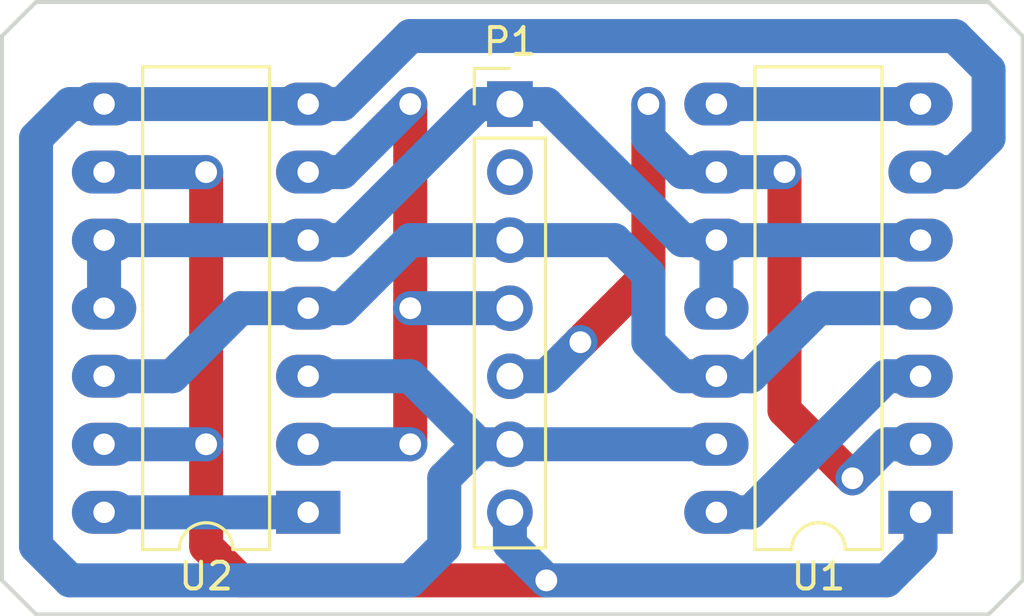
<source format=kicad_pcb>
(kicad_pcb (version 4) (host pcbnew 4.0.2-stable)

  (general
    (links 26)
    (no_connects 18)
    (area 129.464999 101.524999 167.715001 124.866402)
    (thickness 1.6)
    (drawings 8)
    (tracks 88)
    (zones 0)
    (modules 3)
    (nets 10)
  )

  (page A4)
  (layers
    (0 F.Cu signal)
    (31 B.Cu signal)
    (37 F.SilkS user)
    (39 F.Mask user)
    (44 Edge.Cuts user)
  )

  (setup
    (last_trace_width 1.27)
    (user_trace_width 0.4064)
    (user_trace_width 1.27)
    (trace_clearance 0.4064)
    (zone_clearance 0.508)
    (zone_45_only no)
    (trace_min 0.4064)
    (segment_width 0.2)
    (edge_width 0.15)
    (via_size 1.27)
    (via_drill 0.8128)
    (via_min_size 1.27)
    (via_min_drill 0.5842)
    (uvia_size 1.27)
    (uvia_drill 0.8128)
    (uvias_allowed no)
    (uvia_min_size 1.27)
    (uvia_min_drill 0.8128)
    (pcb_text_width 0.3)
    (pcb_text_size 1.5 1.5)
    (mod_edge_width 0.15)
    (mod_text_size 1 1)
    (mod_text_width 0.15)
    (pad_size 1.524 1.524)
    (pad_drill 0.762)
    (pad_to_mask_clearance 0.2)
    (aux_axis_origin 0 0)
    (visible_elements FFFFFF7F)
    (pcbplotparams
      (layerselection 0x01000_80000001)
      (usegerberextensions true)
      (excludeedgelayer true)
      (linewidth 0.100000)
      (plotframeref false)
      (viasonmask false)
      (mode 1)
      (useauxorigin false)
      (hpglpennumber 1)
      (hpglpenspeed 20)
      (hpglpendiameter 15)
      (hpglpenoverlay 2)
      (psnegative false)
      (psa4output false)
      (plotreference true)
      (plotvalue true)
      (plotinvisibletext false)
      (padsonsilk false)
      (subtractmaskfromsilk false)
      (outputformat 1)
      (mirror false)
      (drillshape 0)
      (scaleselection 1)
      (outputdirectory ../gerber/))
  )

  (net 0 "")
  (net 1 VDD)
  (net 2 "Net-(P1-Pad2)")
  (net 3 VSS)
  (net 4 /S)
  (net 5 /R)
  (net 6 /Q)
  (net 7 /Q!)
  (net 8 "Net-(U2-Pad1)")
  (net 9 "Net-(U1-Pad14)")

  (net_class Default "This is the default net class."
    (clearance 0.4064)
    (trace_width 0.4064)
    (via_dia 1.27)
    (via_drill 0.8128)
    (uvia_dia 1.27)
    (uvia_drill 0.8128)
    (add_net /Q)
    (add_net /Q!)
    (add_net /R)
    (add_net /S)
    (add_net "Net-(P1-Pad2)")
    (add_net "Net-(U1-Pad14)")
    (add_net "Net-(U2-Pad1)")
    (add_net VDD)
    (add_net VSS)
  )

  (module Housings_DIP:DIP-14_W7.62mm_LongPads (layer F.Cu) (tedit 58CC8E2C) (tstamp 59095A78)
    (at 163.83 120.65 180)
    (descr "14-lead dip package, row spacing 7.62 mm (300 mils), LongPads")
    (tags "DIL DIP PDIP 2.54mm 7.62mm 300mil LongPads")
    (path /59095F65)
    (fp_text reference U1 (at 3.81 -2.39 180) (layer F.SilkS)
      (effects (font (size 1 1) (thickness 0.15)))
    )
    (fp_text value ALD1105 (at 3.81 17.63 180) (layer F.Fab)
      (effects (font (size 1 1) (thickness 0.15)))
    )
    (fp_text user %R (at 3.81 7.62 180) (layer F.Fab)
      (effects (font (size 1 1) (thickness 0.15)))
    )
    (fp_line (start 1.635 -1.27) (end 6.985 -1.27) (layer F.Fab) (width 0.1))
    (fp_line (start 6.985 -1.27) (end 6.985 16.51) (layer F.Fab) (width 0.1))
    (fp_line (start 6.985 16.51) (end 0.635 16.51) (layer F.Fab) (width 0.1))
    (fp_line (start 0.635 16.51) (end 0.635 -0.27) (layer F.Fab) (width 0.1))
    (fp_line (start 0.635 -0.27) (end 1.635 -1.27) (layer F.Fab) (width 0.1))
    (fp_line (start 2.81 -1.39) (end 1.44 -1.39) (layer F.SilkS) (width 0.12))
    (fp_line (start 1.44 -1.39) (end 1.44 16.63) (layer F.SilkS) (width 0.12))
    (fp_line (start 1.44 16.63) (end 6.18 16.63) (layer F.SilkS) (width 0.12))
    (fp_line (start 6.18 16.63) (end 6.18 -1.39) (layer F.SilkS) (width 0.12))
    (fp_line (start 6.18 -1.39) (end 4.81 -1.39) (layer F.SilkS) (width 0.12))
    (fp_line (start -1.5 -1.6) (end -1.5 16.8) (layer F.CrtYd) (width 0.05))
    (fp_line (start -1.5 16.8) (end 9.1 16.8) (layer F.CrtYd) (width 0.05))
    (fp_line (start 9.1 16.8) (end 9.1 -1.6) (layer F.CrtYd) (width 0.05))
    (fp_line (start 9.1 -1.6) (end -1.5 -1.6) (layer F.CrtYd) (width 0.05))
    (fp_arc (start 3.81 -1.39) (end 2.81 -1.39) (angle -180) (layer F.SilkS) (width 0.12))
    (pad 1 thru_hole rect (at 0 0 180) (size 2.4 1.6) (drill 0.8) (layers *.Cu *.Mask)
      (net 7 /Q!))
    (pad 8 thru_hole oval (at 7.62 15.24 180) (size 2.4 1.6) (drill 0.8) (layers *.Cu *.Mask)
      (net 7 /Q!))
    (pad 2 thru_hole oval (at 0 2.54 180) (size 2.4 1.6) (drill 0.8) (layers *.Cu *.Mask)
      (net 5 /R))
    (pad 9 thru_hole oval (at 7.62 12.7 180) (size 2.4 1.6) (drill 0.8) (layers *.Cu *.Mask)
      (net 5 /R))
    (pad 3 thru_hole oval (at 0 5.08 180) (size 2.4 1.6) (drill 0.8) (layers *.Cu *.Mask)
      (net 9 "Net-(U1-Pad14)"))
    (pad 10 thru_hole oval (at 7.62 10.16 180) (size 2.4 1.6) (drill 0.8) (layers *.Cu *.Mask)
      (net 1 VDD))
    (pad 4 thru_hole oval (at 0 7.62 180) (size 2.4 1.6) (drill 0.8) (layers *.Cu *.Mask)
      (net 3 VSS))
    (pad 11 thru_hole oval (at 7.62 7.62 180) (size 2.4 1.6) (drill 0.8) (layers *.Cu *.Mask)
      (net 1 VDD))
    (pad 5 thru_hole oval (at 0 10.16 180) (size 2.4 1.6) (drill 0.8) (layers *.Cu *.Mask)
      (net 1 VDD))
    (pad 12 thru_hole oval (at 7.62 5.08 180) (size 2.4 1.6) (drill 0.8) (layers *.Cu *.Mask)
      (net 3 VSS))
    (pad 6 thru_hole oval (at 0 12.7 180) (size 2.4 1.6) (drill 0.8) (layers *.Cu *.Mask)
      (net 6 /Q))
    (pad 13 thru_hole oval (at 7.62 2.54 180) (size 2.4 1.6) (drill 0.8) (layers *.Cu *.Mask)
      (net 6 /Q))
    (pad 7 thru_hole oval (at 0 15.24 180) (size 2.4 1.6) (drill 0.8) (layers *.Cu *.Mask)
      (net 7 /Q!))
    (pad 14 thru_hole oval (at 7.62 0 180) (size 2.4 1.6) (drill 0.8) (layers *.Cu *.Mask)
      (net 9 "Net-(U1-Pad14)"))
    (model Housings_DIP.3dshapes/DIP-14_W7.62mm_LongPads.wrl
      (at (xyz 0 0 0))
      (scale (xyz 1 1 1))
      (rotate (xyz 0 0 0))
    )
  )

  (module Pin_Headers:Pin_Header_Straight_1x07_Pitch2.54mm (layer F.Cu) (tedit 58CD4EC1) (tstamp 59095A66)
    (at 148.5011 105.41)
    (descr "Through hole straight pin header, 1x07, 2.54mm pitch, single row")
    (tags "Through hole pin header THT 1x07 2.54mm single row")
    (path /5909BCE4)
    (fp_text reference P1 (at 0 -2.33) (layer F.SilkS)
      (effects (font (size 1 1) (thickness 0.15)))
    )
    (fp_text value CONN_01X07 (at 0 17.57) (layer F.Fab)
      (effects (font (size 1 1) (thickness 0.15)))
    )
    (fp_line (start -1.27 -1.27) (end -1.27 16.51) (layer F.Fab) (width 0.1))
    (fp_line (start -1.27 16.51) (end 1.27 16.51) (layer F.Fab) (width 0.1))
    (fp_line (start 1.27 16.51) (end 1.27 -1.27) (layer F.Fab) (width 0.1))
    (fp_line (start 1.27 -1.27) (end -1.27 -1.27) (layer F.Fab) (width 0.1))
    (fp_line (start -1.33 1.27) (end -1.33 16.57) (layer F.SilkS) (width 0.12))
    (fp_line (start -1.33 16.57) (end 1.33 16.57) (layer F.SilkS) (width 0.12))
    (fp_line (start 1.33 16.57) (end 1.33 1.27) (layer F.SilkS) (width 0.12))
    (fp_line (start 1.33 1.27) (end -1.33 1.27) (layer F.SilkS) (width 0.12))
    (fp_line (start -1.33 0) (end -1.33 -1.33) (layer F.SilkS) (width 0.12))
    (fp_line (start -1.33 -1.33) (end 0 -1.33) (layer F.SilkS) (width 0.12))
    (fp_line (start -1.8 -1.8) (end -1.8 17.05) (layer F.CrtYd) (width 0.05))
    (fp_line (start -1.8 17.05) (end 1.8 17.05) (layer F.CrtYd) (width 0.05))
    (fp_line (start 1.8 17.05) (end 1.8 -1.8) (layer F.CrtYd) (width 0.05))
    (fp_line (start 1.8 -1.8) (end -1.8 -1.8) (layer F.CrtYd) (width 0.05))
    (fp_text user %R (at 0 -2.33) (layer F.Fab)
      (effects (font (size 1 1) (thickness 0.15)))
    )
    (pad 1 thru_hole rect (at 0 0) (size 1.7 1.7) (drill 1) (layers *.Cu *.Mask)
      (net 1 VDD))
    (pad 2 thru_hole oval (at 0 2.54) (size 1.7 1.7) (drill 1) (layers *.Cu *.Mask)
      (net 2 "Net-(P1-Pad2)"))
    (pad 3 thru_hole oval (at 0 5.08) (size 1.7 1.7) (drill 1) (layers *.Cu *.Mask)
      (net 3 VSS))
    (pad 4 thru_hole oval (at 0 7.62) (size 1.7 1.7) (drill 1) (layers *.Cu *.Mask)
      (net 4 /S))
    (pad 5 thru_hole oval (at 0 10.16) (size 1.7 1.7) (drill 1) (layers *.Cu *.Mask)
      (net 5 /R))
    (pad 6 thru_hole oval (at 0 12.7) (size 1.7 1.7) (drill 1) (layers *.Cu *.Mask)
      (net 6 /Q))
    (pad 7 thru_hole oval (at 0 15.24) (size 1.7 1.7) (drill 1) (layers *.Cu *.Mask)
      (net 7 /Q!))
    (model ${KISYS3DMOD}/Pin_Headers.3dshapes/Pin_Header_Straight_1x07_Pitch2.54mm.wrl
      (at (xyz 0 -0.3 0))
      (scale (xyz 1 1 1))
      (rotate (xyz 0 0 90))
    )
  )

  (module Housings_DIP:DIP-14_W7.62mm_LongPads (layer F.Cu) (tedit 58CC8E2C) (tstamp 59095A8A)
    (at 140.97 120.65 180)
    (descr "14-lead dip package, row spacing 7.62 mm (300 mils), LongPads")
    (tags "DIL DIP PDIP 2.54mm 7.62mm 300mil LongPads")
    (path /59096476)
    (fp_text reference U2 (at 3.81 -2.39 180) (layer F.SilkS)
      (effects (font (size 1 1) (thickness 0.15)))
    )
    (fp_text value ALD1105 (at 3.81 17.63 180) (layer F.Fab)
      (effects (font (size 1 1) (thickness 0.15)))
    )
    (fp_text user %R (at 3.81 7.62 180) (layer F.Fab)
      (effects (font (size 1 1) (thickness 0.15)))
    )
    (fp_line (start 1.635 -1.27) (end 6.985 -1.27) (layer F.Fab) (width 0.1))
    (fp_line (start 6.985 -1.27) (end 6.985 16.51) (layer F.Fab) (width 0.1))
    (fp_line (start 6.985 16.51) (end 0.635 16.51) (layer F.Fab) (width 0.1))
    (fp_line (start 0.635 16.51) (end 0.635 -0.27) (layer F.Fab) (width 0.1))
    (fp_line (start 0.635 -0.27) (end 1.635 -1.27) (layer F.Fab) (width 0.1))
    (fp_line (start 2.81 -1.39) (end 1.44 -1.39) (layer F.SilkS) (width 0.12))
    (fp_line (start 1.44 -1.39) (end 1.44 16.63) (layer F.SilkS) (width 0.12))
    (fp_line (start 1.44 16.63) (end 6.18 16.63) (layer F.SilkS) (width 0.12))
    (fp_line (start 6.18 16.63) (end 6.18 -1.39) (layer F.SilkS) (width 0.12))
    (fp_line (start 6.18 -1.39) (end 4.81 -1.39) (layer F.SilkS) (width 0.12))
    (fp_line (start -1.5 -1.6) (end -1.5 16.8) (layer F.CrtYd) (width 0.05))
    (fp_line (start -1.5 16.8) (end 9.1 16.8) (layer F.CrtYd) (width 0.05))
    (fp_line (start 9.1 16.8) (end 9.1 -1.6) (layer F.CrtYd) (width 0.05))
    (fp_line (start 9.1 -1.6) (end -1.5 -1.6) (layer F.CrtYd) (width 0.05))
    (fp_arc (start 3.81 -1.39) (end 2.81 -1.39) (angle -180) (layer F.SilkS) (width 0.12))
    (pad 1 thru_hole rect (at 0 0 180) (size 2.4 1.6) (drill 0.8) (layers *.Cu *.Mask)
      (net 8 "Net-(U2-Pad1)"))
    (pad 8 thru_hole oval (at 7.62 15.24 180) (size 2.4 1.6) (drill 0.8) (layers *.Cu *.Mask)
      (net 6 /Q))
    (pad 2 thru_hole oval (at 0 2.54 180) (size 2.4 1.6) (drill 0.8) (layers *.Cu *.Mask)
      (net 4 /S))
    (pad 9 thru_hole oval (at 7.62 12.7 180) (size 2.4 1.6) (drill 0.8) (layers *.Cu *.Mask)
      (net 7 /Q!))
    (pad 3 thru_hole oval (at 0 5.08 180) (size 2.4 1.6) (drill 0.8) (layers *.Cu *.Mask)
      (net 6 /Q))
    (pad 10 thru_hole oval (at 7.62 10.16 180) (size 2.4 1.6) (drill 0.8) (layers *.Cu *.Mask)
      (net 1 VDD))
    (pad 4 thru_hole oval (at 0 7.62 180) (size 2.4 1.6) (drill 0.8) (layers *.Cu *.Mask)
      (net 3 VSS))
    (pad 11 thru_hole oval (at 7.62 7.62 180) (size 2.4 1.6) (drill 0.8) (layers *.Cu *.Mask)
      (net 1 VDD))
    (pad 5 thru_hole oval (at 0 10.16 180) (size 2.4 1.6) (drill 0.8) (layers *.Cu *.Mask)
      (net 1 VDD))
    (pad 12 thru_hole oval (at 7.62 5.08 180) (size 2.4 1.6) (drill 0.8) (layers *.Cu *.Mask)
      (net 3 VSS))
    (pad 6 thru_hole oval (at 0 12.7 180) (size 2.4 1.6) (drill 0.8) (layers *.Cu *.Mask)
      (net 4 /S))
    (pad 13 thru_hole oval (at 7.62 2.54 180) (size 2.4 1.6) (drill 0.8) (layers *.Cu *.Mask)
      (net 7 /Q!))
    (pad 7 thru_hole oval (at 0 15.24 180) (size 2.4 1.6) (drill 0.8) (layers *.Cu *.Mask)
      (net 6 /Q))
    (pad 14 thru_hole oval (at 7.62 0 180) (size 2.4 1.6) (drill 0.8) (layers *.Cu *.Mask)
      (net 8 "Net-(U2-Pad1)"))
    (model Housings_DIP.3dshapes/DIP-14_W7.62mm_LongPads.wrl
      (at (xyz 0 0 0))
      (scale (xyz 1 1 1))
      (rotate (xyz 0 0 0))
    )
  )

  (gr_line (start 129.54 123.19) (end 129.54 102.87) (layer Edge.Cuts) (width 0.15))
  (gr_line (start 130.81 124.46) (end 129.54 123.19) (layer Edge.Cuts) (width 0.15))
  (gr_line (start 166.37 124.46) (end 130.81 124.46) (layer Edge.Cuts) (width 0.15))
  (gr_line (start 167.64 123.19) (end 166.37 124.46) (layer Edge.Cuts) (width 0.15))
  (gr_line (start 167.64 102.87) (end 167.64 123.19) (layer Edge.Cuts) (width 0.15))
  (gr_line (start 166.37 101.6) (end 167.64 102.87) (layer Edge.Cuts) (width 0.15))
  (gr_line (start 130.81 101.6) (end 166.37 101.6) (layer Edge.Cuts) (width 0.15))
  (gr_line (start 129.54 102.87) (end 130.81 101.6) (layer Edge.Cuts) (width 0.15))

  (segment (start 154.94 110.49) (end 149.86 105.41) (width 1.27) (layer B.Cu) (net 1))
  (segment (start 149.86 105.41) (end 148.5011 105.41) (width 1.27) (layer B.Cu) (net 1))
  (segment (start 156.21 110.49) (end 154.94 110.49) (width 1.27) (layer B.Cu) (net 1))
  (segment (start 156.21 110.49) (end 163.83 110.49) (width 1.27) (layer B.Cu) (net 1))
  (segment (start 156.21 113.03) (end 156.21 110.49) (width 1.27) (layer B.Cu) (net 1))
  (segment (start 133.35 110.49) (end 140.97 110.49) (width 1.27) (layer B.Cu) (net 1))
  (segment (start 133.35 113.03) (end 133.35 110.49) (width 1.27) (layer B.Cu) (net 1))
  (segment (start 142.24 110.49) (end 147.32 105.41) (width 1.27) (layer B.Cu) (net 1))
  (segment (start 147.32 105.41) (end 148.5011 105.41) (width 1.27) (layer B.Cu) (net 1))
  (segment (start 140.97 110.49) (end 142.24 110.49) (width 1.27) (layer B.Cu) (net 1))
  (segment (start 157.48 115.57) (end 160.02 113.03) (width 1.27) (layer B.Cu) (net 3))
  (segment (start 160.02 113.03) (end 163.83 113.03) (width 1.27) (layer B.Cu) (net 3))
  (segment (start 156.21 115.57) (end 157.48 115.57) (width 1.27) (layer B.Cu) (net 3))
  (segment (start 153.67 114.3) (end 154.94 115.57) (width 1.27) (layer B.Cu) (net 3))
  (segment (start 154.94 115.57) (end 156.21 115.57) (width 1.27) (layer B.Cu) (net 3))
  (segment (start 153.67 111.76) (end 153.67 114.3) (width 1.27) (layer B.Cu) (net 3))
  (segment (start 152.4 110.49) (end 153.67 111.76) (width 1.27) (layer B.Cu) (net 3))
  (segment (start 148.5011 110.49) (end 152.4 110.49) (width 1.27) (layer B.Cu) (net 3))
  (segment (start 138.43 113.03) (end 135.89 115.57) (width 1.27) (layer B.Cu) (net 3))
  (segment (start 135.89 115.57) (end 133.35 115.57) (width 1.27) (layer B.Cu) (net 3))
  (segment (start 140.97 113.03) (end 138.43 113.03) (width 1.27) (layer B.Cu) (net 3))
  (segment (start 144.78 110.49) (end 142.24 113.03) (width 1.27) (layer B.Cu) (net 3))
  (segment (start 142.24 113.03) (end 140.97 113.03) (width 1.27) (layer B.Cu) (net 3))
  (segment (start 148.5011 110.49) (end 144.78 110.49) (width 1.27) (layer B.Cu) (net 3))
  (segment (start 144.78 118.11) (end 144.78 113.03) (width 1.27) (layer F.Cu) (net 4))
  (segment (start 140.97 118.11) (end 144.78 118.11) (width 1.27) (layer B.Cu) (net 4))
  (via (at 144.78 118.11) (size 1.27) (drill 0.8128) (layers F.Cu B.Cu) (net 4))
  (segment (start 144.78 113.03) (end 148.5011 113.03) (width 1.27) (layer B.Cu) (net 4))
  (segment (start 144.78 105.41) (end 144.78 113.03) (width 1.27) (layer F.Cu) (net 4))
  (via (at 144.78 113.03) (size 1.27) (drill 0.8128) (layers F.Cu B.Cu) (net 4))
  (segment (start 142.24 107.95) (end 144.78 105.41) (width 1.27) (layer B.Cu) (net 4))
  (via (at 144.78 105.41) (size 1.27) (drill 0.8128) (layers F.Cu B.Cu) (net 4))
  (segment (start 140.97 107.95) (end 142.24 107.95) (width 1.27) (layer B.Cu) (net 4))
  (segment (start 158.75 107.95) (end 156.21 107.95) (width 1.27) (layer B.Cu) (net 5))
  (segment (start 161.29 119.38) (end 158.75 116.84) (width 1.27) (layer F.Cu) (net 5))
  (segment (start 158.75 116.84) (end 158.75 107.95) (width 1.27) (layer F.Cu) (net 5))
  (via (at 158.75 107.95) (size 1.27) (drill 0.8128) (layers F.Cu B.Cu) (net 5))
  (segment (start 163.83 118.11) (end 162.56 118.11) (width 1.27) (layer B.Cu) (net 5))
  (segment (start 162.56 118.11) (end 161.29 119.38) (width 1.27) (layer B.Cu) (net 5))
  (via (at 161.29 119.38) (size 1.27) (drill 0.8128) (layers F.Cu B.Cu) (net 5))
  (segment (start 153.67 106.68) (end 154.94 107.95) (width 1.27) (layer B.Cu) (net 5))
  (segment (start 154.94 107.95) (end 156.21 107.95) (width 1.27) (layer B.Cu) (net 5))
  (segment (start 153.67 105.41) (end 153.67 106.68) (width 1.27) (layer B.Cu) (net 5))
  (segment (start 151.13 114.3) (end 153.67 111.76) (width 1.27) (layer F.Cu) (net 5))
  (segment (start 153.67 111.76) (end 153.67 105.41) (width 1.27) (layer F.Cu) (net 5))
  (via (at 153.67 105.41) (size 1.27) (drill 0.8128) (layers F.Cu B.Cu) (net 5))
  (segment (start 148.5011 115.57) (end 149.86 115.57) (width 1.27) (layer B.Cu) (net 5))
  (segment (start 149.86 115.57) (end 151.13 114.3) (width 1.27) (layer B.Cu) (net 5))
  (via (at 151.13 114.3) (size 1.27) (drill 0.8128) (layers F.Cu B.Cu) (net 5))
  (segment (start 166.37 106.68) (end 165.1 107.95) (width 1.27) (layer B.Cu) (net 6))
  (segment (start 165.1 107.95) (end 163.83 107.95) (width 1.27) (layer B.Cu) (net 6))
  (segment (start 166.37 104.14) (end 166.37 106.68) (width 1.27) (layer B.Cu) (net 6))
  (segment (start 165.1 102.87) (end 166.37 104.14) (width 1.27) (layer B.Cu) (net 6))
  (segment (start 144.78 102.87) (end 165.1 102.87) (width 1.27) (layer B.Cu) (net 6))
  (segment (start 142.24 105.41) (end 144.78 102.87) (width 1.27) (layer B.Cu) (net 6))
  (segment (start 140.97 105.41) (end 142.24 105.41) (width 1.27) (layer B.Cu) (net 6))
  (segment (start 146.05 119.38) (end 147.32 118.11) (width 1.27) (layer B.Cu) (net 6))
  (segment (start 146.05 121.92) (end 146.05 119.38) (width 1.27) (layer B.Cu) (net 6))
  (segment (start 144.78 123.19) (end 146.05 121.92) (width 1.27) (layer B.Cu) (net 6))
  (segment (start 132.08 123.19) (end 144.78 123.19) (width 1.27) (layer B.Cu) (net 6))
  (segment (start 130.81 121.92) (end 132.08 123.19) (width 1.27) (layer B.Cu) (net 6))
  (segment (start 130.81 106.68) (end 130.81 121.92) (width 1.27) (layer B.Cu) (net 6))
  (segment (start 132.08 105.41) (end 130.81 106.68) (width 1.27) (layer B.Cu) (net 6))
  (segment (start 133.35 105.41) (end 132.08 105.41) (width 1.27) (layer B.Cu) (net 6))
  (segment (start 144.78 115.57) (end 147.32 118.11) (width 1.27) (layer B.Cu) (net 6))
  (segment (start 147.32 118.11) (end 148.5011 118.11) (width 1.27) (layer B.Cu) (net 6))
  (segment (start 140.97 115.57) (end 144.78 115.57) (width 1.27) (layer B.Cu) (net 6))
  (segment (start 156.21 118.11) (end 148.5011 118.11) (width 1.27) (layer B.Cu) (net 6))
  (segment (start 133.35 105.41) (end 140.97 105.41) (width 1.27) (layer B.Cu) (net 6))
  (segment (start 137.16 121.92) (end 138.43 123.19) (width 1.27) (layer F.Cu) (net 7))
  (segment (start 138.43 123.19) (end 149.86 123.19) (width 1.27) (layer F.Cu) (net 7))
  (via (at 149.86 123.19) (size 1.27) (drill 0.8128) (layers F.Cu B.Cu) (net 7))
  (segment (start 137.16 118.11) (end 137.16 121.92) (width 1.27) (layer F.Cu) (net 7))
  (segment (start 133.35 107.95) (end 137.16 107.95) (width 1.27) (layer B.Cu) (net 7))
  (via (at 137.16 107.95) (size 1.27) (drill 0.8128) (layers F.Cu B.Cu) (net 7))
  (segment (start 137.16 118.11) (end 137.16 107.95) (width 1.27) (layer F.Cu) (net 7))
  (segment (start 133.35 118.11) (end 137.16 118.11) (width 1.27) (layer B.Cu) (net 7))
  (via (at 137.16 118.11) (size 1.27) (drill 0.8128) (layers F.Cu B.Cu) (net 7))
  (segment (start 162.56 123.19) (end 163.83 121.92) (width 1.27) (layer B.Cu) (net 7))
  (segment (start 163.83 121.92) (end 163.83 120.65) (width 1.27) (layer B.Cu) (net 7))
  (segment (start 149.86 123.19) (end 162.56 123.19) (width 1.27) (layer B.Cu) (net 7))
  (segment (start 148.5011 121.8311) (end 149.86 123.19) (width 1.27) (layer B.Cu) (net 7))
  (segment (start 148.5011 120.65) (end 148.5011 121.8311) (width 1.27) (layer B.Cu) (net 7))
  (segment (start 156.21 105.41) (end 163.83 105.41) (width 1.27) (layer B.Cu) (net 7))
  (segment (start 133.35 120.65) (end 140.97 120.65) (width 1.27) (layer B.Cu) (net 8))
  (segment (start 157.48 120.65) (end 162.56 115.57) (width 1.27) (layer B.Cu) (net 9))
  (segment (start 162.56 115.57) (end 163.83 115.57) (width 1.27) (layer B.Cu) (net 9))
  (segment (start 156.21 120.65) (end 157.48 120.65) (width 1.27) (layer B.Cu) (net 9))

)

</source>
